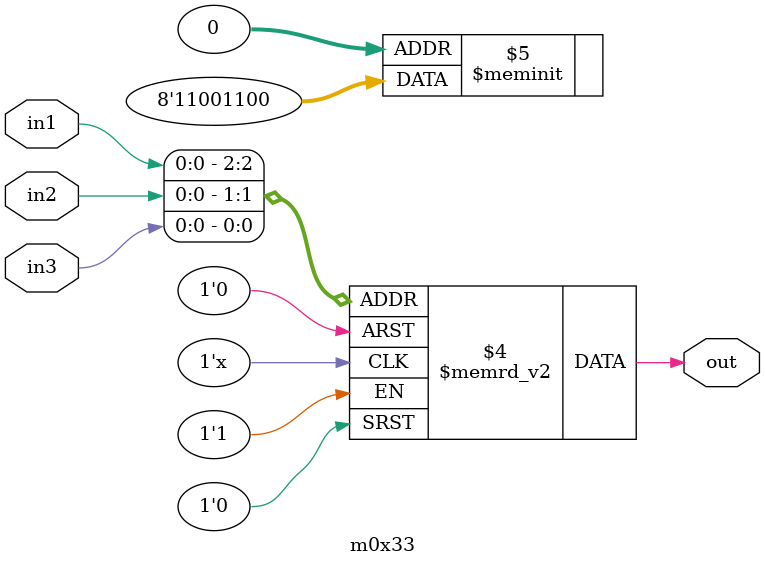
<source format=v>
module m0x33(output out, input in1, in2, in3);

   always @(in1, in2, in3)
     begin
        case({in1, in2, in3})
          3'b000: {out} = 1'b0;
          3'b001: {out} = 1'b0;
          3'b010: {out} = 1'b1;
          3'b011: {out} = 1'b1;
          3'b100: {out} = 1'b0;
          3'b101: {out} = 1'b0;
          3'b110: {out} = 1'b1;
          3'b111: {out} = 1'b1;
        endcase // case ({in1, in2, in3})
     end // always @ (in1, in2, in3)

endmodule // m0x33
</source>
